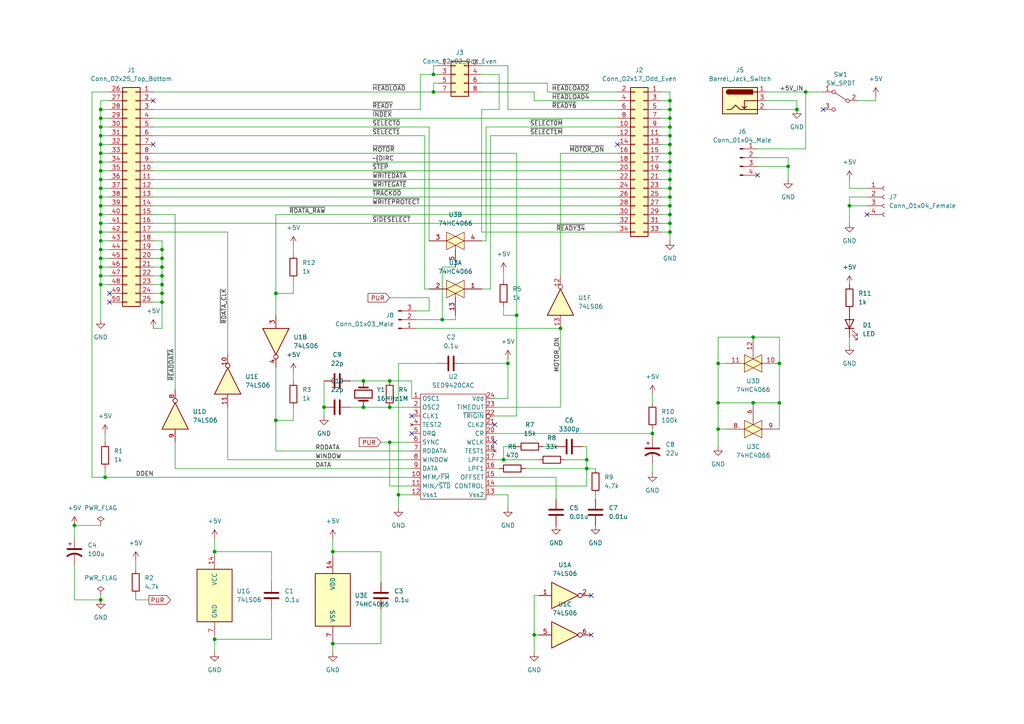
<source format=kicad_sch>
(kicad_sch (version 20211123) (generator eeschema)
  (paper "A4")
  (title_block (title "VFO Interface for HITACHI BASIC MASTER LEVEL3 and MB-S1") (date "2022-08-19") (rev "0.1.4") (company "Designed by Sasaji 2022"))
  (lib_symbols
    (symbol "4xxx:4066" (pin_names (offset 1.016))
      (property "Reference" "U" (at -7.62 8.89 0))
      (property "Value" "4066" (at -7.62 -8.89 0))
      (symbol "4066_1_0"
        (pin passive line (at -7.62 0 0) (length 5.08) (name "~") (number "1"))
        (pin input line (at 0 7.62 270) (length 5.08) (name "~") (number "13"))
        (pin passive line (at 7.62 0 180) (length 5.08) (name "~") (number "2"))
      )
      (symbol "4066_2_0"
        (pin passive line (at 7.62 0 180) (length 5.08) (name "~") (number "3"))
        (pin passive line (at -7.62 0 0) (length 5.08) (name "~") (number "4"))
        (pin input line (at 0 7.62 270) (length 5.08) (name "~") (number "5"))
      )
      (symbol "4066_3_0"
        (pin input line (at 0 7.62 270) (length 5.08) (name "~") (number "6"))
        (pin passive line (at -7.62 0 0) (length 5.08) (name "~") (number "8"))
        (pin passive line (at 7.62 0 180) (length 5.08) (name "~") (number "9"))
      )
      (symbol "4066_4_0"
        (pin passive line (at 7.62 0 180) (length 5.08) (name "~") (number "10"))
        (pin passive line (at -7.62 0 0) (length 5.08) (name "~") (number "11"))
        (pin input line (at 0 7.62 270) (length 5.08) (name "~") (number "12"))
      )
      (symbol "4066_5_0"
        (pin power_in line (at 0 12.7 270) (length 5.08) (name "VDD") (number "14"))
        (pin power_in line (at 0 -12.7 90) (length 5.08) (name "VSS") (number "7"))
      )
    )
    (symbol "74xx:74LS06" (pin_names (offset 1.016))
      (property "Reference" "U" (at 0 1.27 0))
      (property "Value" "74LS06" (at 0 -1.27 0))
      (symbol "74LS06_1_0"
        (pin input line (at -7.62 0 0) (length 3.81) (name "~") (number "1"))
        (pin open_collector inverted (at 7.62 0 180) (length 3.81) (name "~") (number "2"))
      )
      (symbol "74LS06_2_0"
        (pin input line (at -7.62 0 0) (length 3.81) (name "~") (number "3"))
        (pin open_collector inverted (at 7.62 0 180) (length 3.81) (name "~") (number "4"))
      )
      (symbol "74LS06_3_0"
        (pin input line (at -7.62 0 0) (length 3.81) (name "~") (number "5"))
        (pin open_collector inverted (at 7.62 0 180) (length 3.81) (name "~") (number "6"))
      )
      (symbol "74LS06_4_0"
        (pin open_collector inverted (at 7.62 0 180) (length 3.81) (name "~") (number "8"))
        (pin input line (at -7.62 0 0) (length 3.81) (name "~") (number "9"))
      )
      (symbol "74LS06_5_0"
        (pin open_collector inverted (at 7.62 0 180) (length 3.81) (name "~") (number "10"))
        (pin input line (at -7.62 0 0) (length 3.81) (name "~") (number "11"))
      )
      (symbol "74LS06_6_0"
        (pin open_collector inverted (at 7.62 0 180) (length 3.81) (name "~") (number "12"))
        (pin input line (at -7.62 0 0) (length 3.81) (name "~") (number "13"))
      )
      (symbol "74LS06_7_0"
        (pin power_in line (at 0 12.7 270) (length 5.08) (name "VCC") (number "14"))
        (pin power_in line (at 0 -12.7 90) (length 5.08) (name "GND") (number "7"))
      )
    )
    (symbol "Connector:Barrel_Jack_Switch" (pin_names hide)
      (property "Reference" "J" (at 0 5.334 0))
      (property "Value" "Barrel_Jack_Switch" (at 0 -5.08 0))
      (symbol "Barrel_Jack_Switch_1_1"
        (pin passive line (at 7.62 2.54 180) (length 2.54) (name "~") (number "1"))
        (pin passive line (at 7.62 -2.54 180) (length 2.54) (name "~") (number "2"))
        (pin passive line (at 7.62 0 180) (length 2.54) (name "~") (number "3"))
      )
    )
    (symbol "Connector:Conn_01x03_Male" (pin_names (offset 1.016) hide)
      (property "Reference" "J" (at 0 5.08 0))
      (property "Value" "Conn_01x03_Male" (at 0 -5.08 0))
      (symbol "Conn_01x03_Male_1_1"
        (pin passive line (at 5.08 2.54 180) (length 3.81) (name "Pin_1") (number "1"))
        (pin passive line (at 5.08 0 180) (length 3.81) (name "Pin_2") (number "2"))
        (pin passive line (at 5.08 -2.54 180) (length 3.81) (name "Pin_3") (number "3"))
      )
    )
    (symbol "Connector:Conn_01x04_Female" (pin_names (offset 1.016) hide)
      (property "Reference" "J" (at 0 5.08 0))
      (property "Value" "Conn_01x04_Female" (at 0 -7.62 0))
      (symbol "Conn_01x04_Female_1_1"
        (pin passive line (at -5.08 2.54 0) (length 3.81) (name "Pin_1") (number "1"))
        (pin passive line (at -5.08 0 0) (length 3.81) (name "Pin_2") (number "2"))
        (pin passive line (at -5.08 -2.54 0) (length 3.81) (name "Pin_3") (number "3"))
        (pin passive line (at -5.08 -5.08 0) (length 3.81) (name "Pin_4") (number "4"))
      )
    )
    (symbol "Connector:Conn_01x04_Male" (pin_names (offset 1.016) hide)
      (property "Reference" "J" (at 0 5.08 0))
      (property "Value" "Conn_01x04_Male" (at 0 -7.62 0))
      (symbol "Conn_01x04_Male_1_1"
        (pin passive line (at 5.08 2.54 180) (length 3.81) (name "Pin_1") (number "1"))
        (pin passive line (at 5.08 0 180) (length 3.81) (name "Pin_2") (number "2"))
        (pin passive line (at 5.08 -2.54 180) (length 3.81) (name "Pin_3") (number "3"))
        (pin passive line (at 5.08 -5.08 180) (length 3.81) (name "Pin_4") (number "4"))
      )
    )
    (symbol "Connector_Generic:Conn_02x04_Odd_Even" (pin_names (offset 1.016) hide)
      (property "Reference" "J" (at 1.27 5.08 0))
      (property "Value" "Conn_02x04_Odd_Even" (at 1.27 -7.62 0))
      (symbol "Conn_02x04_Odd_Even_1_1"
        (pin passive line (at -5.08 2.54 0) (length 3.81) (name "Pin_1") (number "1"))
        (pin passive line (at 7.62 2.54 180) (length 3.81) (name "Pin_2") (number "2"))
        (pin passive line (at -5.08 0 0) (length 3.81) (name "Pin_3") (number "3"))
        (pin passive line (at 7.62 0 180) (length 3.81) (name "Pin_4") (number "4"))
        (pin passive line (at -5.08 -2.54 0) (length 3.81) (name "Pin_5") (number "5"))
        (pin passive line (at 7.62 -2.54 180) (length 3.81) (name "Pin_6") (number "6"))
        (pin passive line (at -5.08 -5.08 0) (length 3.81) (name "Pin_7") (number "7"))
        (pin passive line (at 7.62 -5.08 180) (length 3.81) (name "Pin_8") (number "8"))
      )
    )
    (symbol "Connector_Generic:Conn_02x17_Odd_Even" (pin_names (offset 1.016) hide)
      (property "Reference" "J" (at 1.27 22.86 0))
      (property "Value" "Conn_02x17_Odd_Even" (at 1.27 -22.86 0))
      (symbol "Conn_02x17_Odd_Even_1_1"
        (pin passive line (at -5.08 20.32 0) (length 3.81) (name "Pin_1") (number "1"))
        (pin passive line (at 7.62 10.16 180) (length 3.81) (name "Pin_10") (number "10"))
        (pin passive line (at -5.08 7.62 0) (length 3.81) (name "Pin_11") (number "11"))
        (pin passive line (at 7.62 7.62 180) (length 3.81) (name "Pin_12") (number "12"))
        (pin passive line (at -5.08 5.08 0) (length 3.81) (name "Pin_13") (number "13"))
        (pin passive line (at 7.62 5.08 180) (length 3.81) (name "Pin_14") (number "14"))
        (pin passive line (at -5.08 2.54 0) (length 3.81) (name "Pin_15") (number "15"))
        (pin passive line (at 7.62 2.54 180) (length 3.81) (name "Pin_16") (number "16"))
        (pin passive line (at -5.08 0 0) (length 3.81) (name "Pin_17") (number "17"))
        (pin passive line (at 7.62 0 180) (length 3.81) (name "Pin_18") (number "18"))
        (pin passive line (at -5.08 -2.54 0) (length 3.81) (name "Pin_19") (number "19"))
        (pin passive line (at 7.62 20.32 180) (length 3.81) (name "Pin_2") (number "2"))
        (pin passive line (at 7.62 -2.54 180) (length 3.81) (name "Pin_20") (number "20"))
        (pin passive line (at -5.08 -5.08 0) (length 3.81) (name "Pin_21") (number "21"))
        (pin passive line (at 7.62 -5.08 180) (length 3.81) (name "Pin_22") (number "22"))
        (pin passive line (at -5.08 -7.62 0) (length 3.81) (name "Pin_23") (number "23"))
        (pin passive line (at 7.62 -7.62 180) (length 3.81) (name "Pin_24") (number "24"))
        (pin passive line (at -5.08 -10.16 0) (length 3.81) (name "Pin_25") (number "25"))
        (pin passive line (at 7.62 -10.16 180) (length 3.81) (name "Pin_26") (number "26"))
        (pin passive line (at -5.08 -12.7 0) (length 3.81) (name "Pin_27") (number "27"))
        (pin passive line (at 7.62 -12.7 180) (length 3.81) (name "Pin_28") (number "28"))
        (pin passive line (at -5.08 -15.24 0) (length 3.81) (name "Pin_29") (number "29"))
        (pin passive line (at -5.08 17.78 0) (length 3.81) (name "Pin_3") (number "3"))
        (pin passive line (at 7.62 -15.24 180) (length 3.81) (name "Pin_30") (number "30"))
        (pin passive line (at -5.08 -17.78 0) (length 3.81) (name "Pin_31") (number "31"))
        (pin passive line (at 7.62 -17.78 180) (length 3.81) (name "Pin_32") (number "32"))
        (pin passive line (at -5.08 -20.32 0) (length 3.81) (name "Pin_33") (number "33"))
        (pin passive line (at 7.62 -20.32 180) (length 3.81) (name "Pin_34") (number "34"))
        (pin passive line (at 7.62 17.78 180) (length 3.81) (name "Pin_4") (number "4"))
        (pin passive line (at -5.08 15.24 0) (length 3.81) (name "Pin_5") (number "5"))
        (pin passive line (at 7.62 15.24 180) (length 3.81) (name "Pin_6") (number "6"))
        (pin passive line (at -5.08 12.7 0) (length 3.81) (name "Pin_7") (number "7"))
        (pin passive line (at 7.62 12.7 180) (length 3.81) (name "Pin_8") (number "8"))
        (pin passive line (at -5.08 10.16 0) (length 3.81) (name "Pin_9") (number "9"))
      )
    )
    (symbol "Connector_Generic:Conn_02x25_Top_Bottom" (pin_names (offset 1.016) hide)
      (property "Reference" "J" (at 1.27 33.02 0))
      (property "Value" "Conn_02x25_Top_Bottom" (at 1.27 -33.02 0))
      (symbol "Conn_02x25_Top_Bottom_1_1"
        (pin passive line (at -5.08 30.48 0) (length 3.81) (name "Pin_1") (number "1"))
        (pin passive line (at -5.08 7.62 0) (length 3.81) (name "Pin_10") (number "10"))
        (pin passive line (at -5.08 5.08 0) (length 3.81) (name "Pin_11") (number "11"))
        (pin passive line (at -5.08 2.54 0) (length 3.81) (name "Pin_12") (number "12"))
        (pin passive line (at -5.08 0 0) (length 3.81) (name "Pin_13") (number "13"))
        (pin passive line (at -5.08 -2.54 0) (length 3.81) (name "Pin_14") (number "14"))
        (pin passive line (at -5.08 -5.08 0) (length 3.81) (name "Pin_15") (number "15"))
        (pin passive line (at -5.08 -7.62 0) (length 3.81) (name "Pin_16") (number "16"))
        (pin passive line (at -5.08 -10.16 0) (length 3.81) (name "Pin_17") (number "17"))
        (pin passive line (at -5.08 -12.7 0) (length 3.81) (name "Pin_18") (number "18"))
        (pin passive line (at -5.08 -15.24 0) (length 3.81) (name "Pin_19") (number "19"))
        (pin passive line (at -5.08 27.94 0) (length 3.81) (name "Pin_2") (number "2"))
        (pin passive line (at -5.08 -17.78 0) (length 3.81) (name "Pin_20") (number "20"))
        (pin passive line (at -5.08 -20.32 0) (length 3.81) (name "Pin_21") (number "21"))
        (pin passive line (at -5.08 -22.86 0) (length 3.81) (name "Pin_22") (number "22"))
        (pin passive line (at -5.08 -25.4 0) (length 3.81) (name "Pin_23") (number "23"))
        (pin passive line (at -5.08 -27.94 0) (length 3.81) (name "Pin_24") (number "24"))
        (pin passive line (at -5.08 -30.48 0) (length 3.81) (name "Pin_25") (number "25"))
        (pin passive line (at 7.62 30.48 180) (length 3.81) (name "Pin_26") (number "26"))
        (pin passive line (at 7.62 27.94 180) (length 3.81) (name "Pin_27") (number "27"))
        (pin passive line (at 7.62 25.4 180) (length 3.81) (name "Pin_28") (number "28"))
        (pin passive line (at 7.62 22.86 180) (length 3.81) (name "Pin_29") (number "29"))
        (pin passive line (at -5.08 25.4 0) (length 3.81) (name "Pin_3") (number "3"))
        (pin passive line (at 7.62 20.32 180) (length 3.81) (name "Pin_30") (number "30"))
        (pin passive line (at 7.62 17.78 180) (length 3.81) (name "Pin_31") (number "31"))
        (pin passive line (at 7.62 15.24 180) (length 3.81) (name "Pin_32") (number "32"))
        (pin passive line (at 7.62 12.7 180) (length 3.81) (name "Pin_33") (number "33"))
        (pin passive line (at 7.62 10.16 180) (length 3.81) (name "Pin_34") (number "34"))
        (pin passive line (at 7.62 7.62 180) (length 3.81) (name "Pin_35") (number "35"))
        (pin passive line (at 7.62 5.08 180) (length 3.81) (name "Pin_36") (number "36"))
        (pin passive line (at 7.62 2.54 180) (length 3.81) (name "Pin_37") (number "37"))
        (pin passive line (at 7.62 0 180) (length 3.81) (name "Pin_38") (number "38"))
        (pin passive line (at 7.62 -2.54 180) (length 3.81) (name "Pin_39") (number "39"))
        (pin passive line (at -5.08 22.86 0) (length 3.81) (name "Pin_4") (number "4"))
        (pin passive line (at 7.62 -5.08 180) (length 3.81) (name "Pin_40") (number "40"))
        (pin passive line (at 7.62 -7.62 180) (length 3.81) (name "Pin_41") (number "41"))
        (pin passive line (at 7.62 -10.16 180) (length 3.81) (name "Pin_42") (number "42"))
        (pin passive line (at 7.62 -12.7 180) (length 3.81) (name "Pin_43") (number "43"))
        (pin passive line (at 7.62 -15.24 180) (length 3.81) (name "Pin_44") (number "44"))
        (pin passive line (at 7.62 -17.78 180) (length 3.81) (name "Pin_45") (number "45"))
        (pin passive line (at 7.62 -20.32 180) (length 3.81) (name "Pin_46") (number "46"))
        (pin passive line (at 7.62 -22.86 180) (length 3.81) (name "Pin_47") (number "47"))
        (pin passive line (at 7.62 -25.4 180) (length 3.81) (name "Pin_48") (number "48"))
        (pin passive line (at 7.62 -27.94 180) (length 3.81) (name "Pin_49") (number "49"))
        (pin passive line (at -5.08 20.32 0) (length 3.81) (name "Pin_5") (number "5"))
        (pin passive line (at 7.62 -30.48 180) (length 3.81) (name "Pin_50") (number "50"))
        (pin passive line (at -5.08 17.78 0) (length 3.81) (name "Pin_6") (number "6"))
        (pin passive line (at -5.08 15.24 0) (length 3.81) (name "Pin_7") (number "7"))
        (pin passive line (at -5.08 12.7 0) (length 3.81) (name "Pin_8") (number "8"))
        (pin passive line (at -5.08 10.16 0) (length 3.81) (name "Pin_9") (number "9"))
      )
    )
    (symbol "Device:C" (pin_numbers hide) (pin_names (offset 0.254))
      (property "Reference" "C" (at 0.635 2.54 0))
      (property "Value" "C" (at 0.635 -2.54 0))
      (symbol "C_1_1"
        (pin passive line (at 0 3.81 270) (length 2.794) (name "~") (number "1"))
        (pin passive line (at 0 -3.81 90) (length 2.794) (name "~") (number "2"))
      )
    )
    (symbol "Device:C_Polarized_US" (pin_numbers hide) (pin_names (offset 0.254) hide)
      (property "Reference" "C" (at 0.635 2.54 0))
      (property "Value" "C_Polarized_US" (at 0.635 -2.54 0))
      (symbol "C_Polarized_US_1_1"
        (pin passive line (at 0 3.81 270) (length 2.794) (name "~") (number "1"))
        (pin passive line (at 0 -3.81 90) (length 3.302) (name "~") (number "2"))
      )
    )
    (symbol "Device:Crystal" (pin_numbers hide) (pin_names (offset 1.016) hide)
      (property "Reference" "Y" (at 0 3.81 0))
      (property "Value" "Crystal" (at 0 -3.81 0))
      (symbol "Crystal_1_1"
        (pin passive line (at -3.81 0 0) (length 1.27) (name "1") (number "1"))
        (pin passive line (at 3.81 0 180) (length 1.27) (name "2") (number "2"))
      )
    )
    (symbol "Device:LED" (pin_numbers hide) (pin_names (offset 1.016) hide)
      (property "Reference" "D" (at 0 2.54 0))
      (property "Value" "LED" (at 0 -2.54 0))
      (symbol "LED_1_1"
        (pin passive line (at -3.81 0 0) (length 2.54) (name "K") (number "1"))
        (pin passive line (at 3.81 0 180) (length 2.54) (name "A") (number "2"))
      )
    )
    (symbol "Device:R" (pin_numbers hide) (pin_names (offset 0))
      (property "Reference" "R" (at 2.032 0 90))
      (property "Value" "R" (at 0 0 90))
      (symbol "R_1_1"
        (pin passive line (at 0 3.81 270) (length 1.27) (name "~") (number "1"))
        (pin passive line (at 0 -3.81 90) (length 1.27) (name "~") (number "2"))
      )
    )
    (symbol "SED9420C:SED9420CAC"
      (property "Reference" "U" (at -3.81 6.35 0))
      (property "Value" "SED9420CAC" (at 0 -17.78 0))
      (symbol "SED9420CAC_1_1"
        (pin input line (at -12.7 13.97 0) (length 2.54) (name "OSC1") (number "1"))
        (pin input line (at -12.7 -8.89 0) (length 2.54) (name "MFM/~{FM}") (number "10"))
        (pin input line (at -12.7 -11.43 0) (length 2.54) (name "MIN/~{STD}") (number "11"))
        (pin power_in line (at -12.7 -13.97 0) (length 2.54) (name "Vss1") (number "12"))
        (pin power_in line (at 11.43 -13.97 180) (length 2.54) (name "Vss2") (number "13"))
        (pin bidirectional line (at 11.43 -11.43 180) (length 2.54) (name "CONTROL") (number "14"))
        (pin input line (at 11.43 -8.89 180) (length 2.54) (name "OFFSET") (number "15"))
        (pin input line (at 11.43 -6.35 180) (length 2.54) (name "LPF1") (number "16"))
        (pin input line (at 11.43 -3.81 180) (length 2.54) (name "LPF2") (number "17"))
        (pin no_connect line (at 11.43 -1.27 180) (length 2.54) (name "TEST1") (number "18"))
        (pin output line (at 11.43 1.27 180) (length 2.54) (name "WCLK") (number "19"))
        (pin input line (at -12.7 11.43 0) (length 2.54) (name "OSC2") (number "2"))
        (pin input line (at 11.43 3.81 180) (length 2.54) (name "CR") (number "20"))
        (pin output line (at 11.43 6.35 180) (length 2.54) (name "CLK2") (number "21"))
        (pin input inverted (at 11.43 8.89 180) (length 2.54) (name "~{TRIGIN}") (number "22"))
        (pin output line (at 11.43 11.43 180) (length 2.54) (name "TIMEOUT") (number "23"))
        (pin power_in line (at 11.43 13.97 180) (length 2.54) (name "Vdd") (number "24"))
        (pin output line (at -12.7 8.89 0) (length 2.54) (name "CLK1") (number "3"))
        (pin no_connect line (at -12.7 6.35 0) (length 2.54) (name "TEST2") (number "4"))
        (pin input line (at -12.7 3.81 0) (length 2.54) (name "DRQ") (number "5"))
        (pin input line (at -12.7 1.27 0) (length 2.54) (name "SYNC") (number "6"))
        (pin input line (at -12.7 -1.27 0) (length 2.54) (name "RDDATA") (number "7"))
        (pin output line (at -12.7 -3.81 0) (length 2.54) (name "WINDOW") (number "8"))
        (pin output line (at -12.7 -6.35 0) (length 2.54) (name "DATA") (number "9"))
      )
    )
    (symbol "Switch:SW_SPDT" (pin_names (offset 0) hide)
      (property "Reference" "SW" (at 0 4.318 0))
      (property "Value" "SW_SPDT" (at 0 -5.08 0))
      (symbol "SW_SPDT_1_1"
        (pin passive line (at 5.08 2.54 180) (length 2.54) (name "A") (number "1"))
        (pin passive line (at -5.08 0 0) (length 2.54) (name "B") (number "2"))
        (pin passive line (at 5.08 -2.54 180) (length 2.54) (name "C") (number "3"))
      )
    )
    (symbol "power:+5V" (power) (pin_names (offset 0))
      (property "Value" "+5V" (at 0 3.556 0))
      (symbol "+5V_1_1"
        (pin power_in line (at 0 0 90) (length 0) hide (name "+5V") (number "1"))
      )
    )
    (symbol "power:GND" (power) (pin_names (offset 0))
      (property "Value" "GND" (at 0 -3.81 0))
      (symbol "GND_1_1"
        (pin power_in line (at 0 0 270) (length 0) hide (name "GND") (number "1"))
      )
    )
    (symbol "power:PWR_FLAG" (power) (pin_numbers hide) (pin_names (offset 0) hide)
      (property "Value" "PWR_FLAG" (at 0 3.81 0))
      (symbol "PWR_FLAG_0_0"
        (pin power_out line (at 0 0 90) (length 0) (name "pwr") (number "1"))
      )
    )
  )
  (junction (at 46.99 74.93))
  (junction (at 105.41 110.49))
  (junction (at 125.73 21.59))
  (junction (at 170.18 133.35))
  (junction (at 29.21 44.45))
  (junction (at 194.31 41.91))
  (junction (at 246.38 59.69))
  (junction (at 29.21 62.23))
  (junction (at 146.05 133.35))
  (junction (at 194.31 57.15))
  (junction (at 194.31 59.69))
  (junction (at 105.41 118.11))
  (junction (at 154.94 184.15))
  (junction (at 218.44 97.79))
  (junction (at 46.99 87.63))
  (junction (at 29.21 173.99))
  (junction (at 128.27 92.71))
  (junction (at 29.21 69.85))
  (junction (at 29.21 64.77))
  (junction (at 29.21 49.53))
  (junction (at 29.21 54.61))
  (junction (at 208.28 105.41))
  (junction (at 29.21 31.75))
  (junction (at 29.21 57.15))
  (junction (at 162.56 95.25))
  (junction (at 46.99 85.09))
  (junction (at 96.52 186.69))
  (junction (at 194.31 31.75))
  (junction (at 194.31 29.21))
  (junction (at 113.03 118.11))
  (junction (at 208.28 124.46))
  (junction (at 194.31 67.31))
  (junction (at 46.99 77.47))
  (junction (at 21.59 152.4))
  (junction (at 113.03 110.49))
  (junction (at 29.21 80.01))
  (junction (at 29.21 74.93))
  (junction (at 125.73 26.67))
  (junction (at 29.21 36.83))
  (junction (at 29.21 52.07))
  (junction (at 29.21 39.37))
  (junction (at 46.99 80.01))
  (junction (at 29.21 59.69))
  (junction (at 147.32 105.41))
  (junction (at 208.28 116.84))
  (junction (at 29.21 67.31))
  (junction (at 80.01 85.09))
  (junction (at 62.23 185.42))
  (junction (at 226.06 105.41))
  (junction (at 29.21 41.91))
  (junction (at 231.14 31.75))
  (junction (at 96.52 160.02))
  (junction (at 194.31 54.61))
  (junction (at 194.31 52.07))
  (junction (at 29.21 34.29))
  (junction (at 194.31 64.77))
  (junction (at 170.18 135.89))
  (junction (at 46.99 82.55))
  (junction (at 113.03 128.27))
  (junction (at 149.86 91.44))
  (junction (at 115.57 143.51))
  (junction (at 93.98 118.11))
  (junction (at 194.31 46.99))
  (junction (at 29.21 77.47))
  (junction (at 194.31 62.23))
  (junction (at 46.99 72.39))
  (junction (at 226.06 116.84))
  (junction (at 189.23 125.73))
  (junction (at 194.31 36.83))
  (junction (at 194.31 49.53))
  (junction (at 30.48 138.43))
  (junction (at 29.21 82.55))
  (junction (at 194.31 44.45))
  (junction (at 80.01 121.92))
  (junction (at 218.44 116.84))
  (junction (at 29.21 72.39))
  (junction (at 29.21 46.99))
  (junction (at 228.6 48.26))
  (junction (at 194.31 39.37))
  (junction (at 62.23 160.02))
  (junction (at 194.31 34.29))
  (junction (at 233.68 26.67))
  (no_connect (at 238.76 31.75))
  (no_connect (at 171.45 172.72))
  (no_connect (at 171.45 184.15))
  (no_connect (at 44.45 41.91))
  (no_connect (at 44.45 29.21))
  (no_connect (at 179.07 41.91))
  (no_connect (at 251.46 62.23))
  (no_connect (at 119.38 120.65))
  (no_connect (at 119.38 125.73))
  (no_connect (at 143.51 128.27))
  (no_connect (at 143.51 123.19))
  (no_connect (at 219.71 50.8))
  (no_connect (at 31.75 85.09))
  (no_connect (at 31.75 87.63))
  (wire (pts (xy 110.49 128.27) (xy 113.03 128.27)))
  (wire (pts (xy 44.45 77.47) (xy 46.99 77.47)))
  (wire (pts (xy 143.51 138.43) (xy 161.29 138.43)))
  (wire (pts (xy 29.21 82.55) (xy 31.75 82.55)))
  (wire (pts (xy 29.21 77.47) (xy 31.75 77.47)))
  (wire (pts (xy 115.57 143.51) (xy 115.57 147.32)))
  (wire (pts (xy 29.21 57.15) (xy 29.21 59.69)))
  (wire (pts (xy 26.67 26.67) (xy 26.67 138.43)))
  (wire (pts (xy 208.28 97.79) (xy 218.44 97.79)))
  (wire (pts (xy 154.94 29.21) (xy 179.07 29.21)))
  (wire (pts (xy 46.99 74.93) (xy 46.99 72.39)))
  (wire (pts (xy 146.05 91.44) (xy 149.86 91.44)))
  (wire (pts (xy 101.6 118.11) (xy 105.41 118.11)))
  (wire (pts (xy 194.31 62.23) (xy 194.31 59.69)))
  (wire (pts (xy 228.6 45.72) (xy 228.6 48.26)))
  (wire (pts (xy 96.52 160.02) (xy 96.52 161.29)))
  (wire (pts (xy 191.77 36.83) (xy 194.31 36.83)))
  (wire (pts (xy 162.56 118.11) (xy 162.56 95.25)))
  (wire (pts (xy 246.38 52.07) (xy 246.38 54.61)))
  (wire (pts (xy 120.65 90.17) (xy 124.46 90.17)))
  (wire (pts (xy 29.21 36.83) (xy 31.75 36.83)))
  (wire (pts (xy 44.45 64.77) (xy 179.07 64.77)))
  (wire (pts (xy 29.21 34.29) (xy 29.21 36.83)))
  (wire (pts (xy 163.83 133.35) (xy 170.18 133.35)))
  (wire (pts (xy 254 27.94) (xy 254 29.21)))
  (wire (pts (xy 78.74 168.91) (xy 78.74 160.02)))
  (wire (pts (xy 21.59 152.4) (xy 21.59 156.21)))
  (wire (pts (xy 44.45 52.07) (xy 179.07 52.07)))
  (wire (pts (xy 143.51 140.97) (xy 170.18 140.97)))
  (wire (pts (xy 29.21 54.61) (xy 31.75 54.61)))
  (wire (pts (xy 29.21 59.69) (xy 31.75 59.69)))
  (wire (pts (xy 208.28 124.46) (xy 210.82 124.46)))
  (wire (pts (xy 194.31 67.31) (xy 194.31 64.77)))
  (wire (pts (xy 96.52 186.69) (xy 110.49 186.69)))
  (wire (pts (xy 162.56 44.45) (xy 179.07 44.45)))
  (wire (pts (xy 233.68 26.67) (xy 233.68 43.18)))
  (wire (pts (xy 219.71 43.18) (xy 233.68 43.18)))
  (wire (pts (xy 29.21 57.15) (xy 31.75 57.15)))
  (wire (pts (xy 154.94 172.72) (xy 156.21 172.72)))
  (wire (pts (xy 128.27 77.47) (xy 128.27 92.71)))
  (wire (pts (xy 146.05 133.35) (xy 156.21 133.35)))
  (wire (pts (xy 21.59 163.83) (xy 21.59 173.99)))
  (wire (pts (xy 147.32 104.14) (xy 147.32 105.41)))
  (wire (pts (xy 246.38 64.77) (xy 246.38 59.69)))
  (wire (pts (xy 113.03 118.11) (xy 119.38 118.11)))
  (wire (pts (xy 143.51 118.11) (xy 162.56 118.11)))
  (wire (pts (xy 44.45 31.75) (xy 121.92 31.75)))
  (wire (pts (xy 147.32 31.75) (xy 179.07 31.75)))
  (wire (pts (xy 44.45 59.69) (xy 179.07 59.69)))
  (wire (pts (xy 119.38 115.57) (xy 119.38 110.49)))
  (wire (pts (xy 168.91 129.54) (xy 170.18 129.54)))
  (wire (pts (xy 189.23 124.46) (xy 189.23 125.73)))
  (wire (pts (xy 29.21 36.83) (xy 29.21 39.37)))
  (wire (pts (xy 93.98 110.49) (xy 93.98 118.11)))
  (wire (pts (xy 144.78 31.75) (xy 144.78 21.59)))
  (wire (pts (xy 189.23 114.3) (xy 189.23 116.84)))
  (wire (pts (xy 110.49 160.02) (xy 110.49 168.91)))
  (wire (pts (xy 191.77 62.23) (xy 194.31 62.23)))
  (wire (pts (xy 29.21 46.99) (xy 31.75 46.99)))
  (wire (pts (xy 85.09 81.28) (xy 85.09 85.09)))
  (wire (pts (xy 113.03 128.27) (xy 113.03 140.97)))
  (wire (pts (xy 143.51 125.73) (xy 189.23 125.73)))
  (wire (pts (xy 143.51 133.35) (xy 146.05 133.35)))
  (wire (pts (xy 128.27 92.71) (xy 132.08 92.71)))
  (wire (pts (xy 140.97 69.85) (xy 140.97 36.83)))
  (wire (pts (xy 208.28 116.84) (xy 208.28 105.41)))
  (wire (pts (xy 191.77 57.15) (xy 194.31 57.15)))
  (wire (pts (xy 85.09 121.92) (xy 80.01 121.92)))
  (wire (pts (xy 29.21 39.37) (xy 31.75 39.37)))
  (wire (pts (xy 191.77 64.77) (xy 194.31 64.77)))
  (wire (pts (xy 132.08 91.44) (xy 132.08 92.71)))
  (wire (pts (xy 44.45 87.63) (xy 46.99 87.63)))
  (wire (pts (xy 29.21 74.93) (xy 31.75 74.93)))
  (wire (pts (xy 162.56 80.01) (xy 162.56 44.45)))
  (wire (pts (xy 246.38 97.79) (xy 246.38 100.33)))
  (wire (pts (xy 29.21 64.77) (xy 31.75 64.77)))
  (wire (pts (xy 194.31 52.07) (xy 194.31 49.53)))
  (wire (pts (xy 29.21 31.75) (xy 31.75 31.75)))
  (wire (pts (xy 120.65 95.25) (xy 162.56 95.25)))
  (wire (pts (xy 139.7 21.59) (xy 144.78 21.59)))
  (wire (pts (xy 208.28 105.41) (xy 208.28 97.79)))
  (wire (pts (xy 157.48 129.54) (xy 161.29 129.54)))
  (wire (pts (xy 44.45 82.55) (xy 46.99 82.55)))
  (wire (pts (xy 154.94 184.15) (xy 154.94 172.72)))
  (wire (pts (xy 120.65 92.71) (xy 128.27 92.71)))
  (wire (pts (xy 93.98 118.11) (xy 93.98 120.65)))
  (wire (pts (xy 30.48 125.73) (xy 30.48 128.27)))
  (wire (pts (xy 191.77 52.07) (xy 194.31 52.07)))
  (wire (pts (xy 228.6 48.26) (xy 228.6 52.07)))
  (wire (pts (xy 29.21 172.72) (xy 29.21 173.99)))
  (wire (pts (xy 29.21 69.85) (xy 29.21 72.39)))
  (wire (pts (xy 191.77 31.75) (xy 194.31 31.75)))
  (wire (pts (xy 147.32 19.05) (xy 139.7 19.05)))
  (wire (pts (xy 29.21 74.93) (xy 29.21 77.47)))
  (wire (pts (xy 208.28 124.46) (xy 208.28 116.84)))
  (wire (pts (xy 194.31 36.83) (xy 194.31 34.29)))
  (wire (pts (xy 146.05 78.74) (xy 146.05 81.28)))
  (wire (pts (xy 113.03 128.27) (xy 119.38 128.27)))
  (wire (pts (xy 29.21 34.29) (xy 31.75 34.29)))
  (wire (pts (xy 44.45 95.25) (xy 46.99 95.25)))
  (wire (pts (xy 29.21 52.07) (xy 31.75 52.07)))
  (wire (pts (xy 46.99 80.01) (xy 46.99 77.47)))
  (wire (pts (xy 139.7 31.75) (xy 144.78 31.75)))
  (wire (pts (xy 119.38 140.97) (xy 113.03 140.97)))
  (wire (pts (xy 29.21 41.91) (xy 31.75 41.91)))
  (wire (pts (xy 125.73 21.59) (xy 127 21.59)))
  (wire (pts (xy 44.45 67.31) (xy 66.04 67.31)))
  (wire (pts (xy 96.52 156.21) (xy 96.52 160.02)))
  (wire (pts (xy 231.14 29.21) (xy 231.14 31.75)))
  (wire (pts (xy 170.18 140.97) (xy 170.18 135.89)))
  (wire (pts (xy 191.77 39.37) (xy 194.31 39.37)))
  (wire (pts (xy 66.04 133.35) (xy 119.38 133.35)))
  (wire (pts (xy 50.8 135.89) (xy 119.38 135.89)))
  (wire (pts (xy 44.45 44.45) (xy 149.86 44.45)))
  (wire (pts (xy 132.08 77.47) (xy 128.27 77.47)))
  (wire (pts (xy 219.71 45.72) (xy 228.6 45.72)))
  (wire (pts (xy 191.77 46.99) (xy 194.31 46.99)))
  (wire (pts (xy 85.09 71.12) (xy 85.09 73.66)))
  (wire (pts (xy 66.04 67.31) (xy 66.04 102.87)))
  (wire (pts (xy 44.45 36.83) (xy 124.46 36.83)))
  (wire (pts (xy 194.31 59.69) (xy 194.31 57.15)))
  (wire (pts (xy 191.77 67.31) (xy 194.31 67.31)))
  (wire (pts (xy 194.31 46.99) (xy 194.31 44.45)))
  (wire (pts (xy 194.31 54.61) (xy 194.31 52.07)))
  (wire (pts (xy 142.24 39.37) (xy 142.24 83.82)))
  (wire (pts (xy 115.57 143.51) (xy 119.38 143.51)))
  (wire (pts (xy 44.45 85.09) (xy 46.99 85.09)))
  (wire (pts (xy 29.21 44.45) (xy 29.21 46.99)))
  (wire (pts (xy 194.31 26.67) (xy 191.77 26.67)))
  (wire (pts (xy 31.75 29.21) (xy 29.21 29.21)))
  (wire (pts (xy 44.45 26.67) (xy 125.73 26.67)))
  (wire (pts (xy 149.86 91.44) (xy 149.86 44.45)))
  (wire (pts (xy 121.92 21.59) (xy 121.92 31.75)))
  (wire (pts (xy 80.01 121.92) (xy 80.01 130.81)))
  (wire (pts (xy 246.38 59.69) (xy 251.46 59.69)))
  (wire (pts (xy 125.73 19.05) (xy 127 19.05)))
  (wire (pts (xy 125.73 24.13) (xy 125.73 26.67)))
  (wire (pts (xy 29.21 29.21) (xy 29.21 31.75)))
  (wire (pts (xy 121.92 21.59) (xy 125.73 21.59)))
  (wire (pts (xy 208.28 116.84) (xy 218.44 116.84)))
  (wire (pts (xy 143.51 135.89) (xy 144.78 135.89)))
  (wire (pts (xy 124.46 90.17) (xy 124.46 86.36)))
  (wire (pts (xy 125.73 26.67) (xy 127 26.67)))
  (wire (pts (xy 127 24.13) (xy 125.73 24.13)))
  (wire (pts (xy 29.21 72.39) (xy 31.75 72.39)))
  (wire (pts (xy 96.52 186.69) (xy 96.52 189.23)))
  (wire (pts (xy 29.21 92.71) (xy 29.21 82.55)))
  (wire (pts (xy 170.18 135.89) (xy 172.72 135.89)))
  (wire (pts (xy 44.45 57.15) (xy 179.07 57.15)))
  (wire (pts (xy 21.59 173.99) (xy 29.21 173.99)))
  (wire (pts (xy 134.62 105.41) (xy 147.32 105.41)))
  (wire (pts (xy 105.41 118.11) (xy 113.03 118.11)))
  (wire (pts (xy 46.99 85.09) (xy 46.99 82.55)))
  (wire (pts (xy 194.31 57.15) (xy 194.31 54.61)))
  (wire (pts (xy 78.74 176.53) (xy 78.74 185.42)))
  (wire (pts (xy 66.04 133.35) (xy 66.04 118.11)))
  (wire (pts (xy 147.32 19.05) (xy 147.32 31.75)))
  (wire (pts (xy 46.99 77.47) (xy 46.99 74.93)))
  (wire (pts (xy 191.77 34.29) (xy 194.31 34.29)))
  (wire (pts (xy 194.31 31.75) (xy 194.31 29.21)))
  (wire (pts (xy 222.25 26.67) (xy 233.68 26.67)))
  (wire (pts (xy 191.77 54.61) (xy 194.31 54.61)))
  (wire (pts (xy 139.7 26.67) (xy 154.94 26.67)))
  (wire (pts (xy 29.21 69.85) (xy 31.75 69.85)))
  (wire (pts (xy 226.06 116.84) (xy 226.06 124.46)))
  (wire (pts (xy 172.72 143.51) (xy 172.72 144.78)))
  (wire (pts (xy 44.45 34.29) (xy 179.07 34.29)))
  (wire (pts (xy 191.77 29.21) (xy 194.31 29.21)))
  (wire (pts (xy 50.8 62.23) (xy 50.8 113.03)))
  (wire (pts (xy 80.01 85.09) (xy 85.09 85.09)))
  (wire (pts (xy 194.31 34.29) (xy 194.31 31.75)))
  (wire (pts (xy 29.21 62.23) (xy 31.75 62.23)))
  (wire (pts (xy 44.45 72.39) (xy 46.99 72.39)))
  (wire (pts (xy 29.21 59.69) (xy 29.21 62.23)))
  (wire (pts (xy 44.45 46.99) (xy 179.07 46.99)))
  (wire (pts (xy 154.94 189.23) (xy 154.94 184.15)))
  (wire (pts (xy 29.21 31.75) (xy 29.21 34.29)))
  (wire (pts (xy 139.7 67.31) (xy 179.07 67.31)))
  (wire (pts (xy 194.31 69.85) (xy 194.31 67.31)))
  (wire (pts (xy 39.37 162.56) (xy 39.37 165.1)))
  (wire (pts (xy 222.25 29.21) (xy 231.14 29.21)))
  (wire (pts (xy 29.21 67.31) (xy 29.21 69.85)))
  (wire (pts (xy 44.45 69.85) (xy 46.99 69.85)))
  (wire (pts (xy 44.45 80.01) (xy 46.99 80.01)))
  (wire (pts (xy 29.21 77.47) (xy 29.21 80.01)))
  (wire (pts (xy 219.71 48.26) (xy 228.6 48.26)))
  (wire (pts (xy 161.29 138.43) (xy 161.29 144.78)))
  (wire (pts (xy 44.45 39.37) (xy 123.19 39.37)))
  (wire (pts (xy 113.03 86.36) (xy 124.46 86.36)))
  (wire (pts (xy 194.31 44.45) (xy 194.31 41.91)))
  (wire (pts (xy 80.01 130.81) (xy 119.38 130.81)))
  (wire (pts (xy 105.41 110.49) (xy 113.03 110.49)))
  (wire (pts (xy 248.92 29.21) (xy 254 29.21)))
  (wire (pts (xy 46.99 72.39) (xy 46.99 69.85)))
  (wire (pts (xy 46.99 82.55) (xy 46.99 80.01)))
  (wire (pts (xy 110.49 176.53) (xy 110.49 186.69)))
  (wire (pts (xy 226.06 105.41) (xy 226.06 116.84)))
  (wire (pts (xy 30.48 138.43) (xy 119.38 138.43)))
  (wire (pts (xy 44.45 62.23) (xy 50.8 62.23)))
  (wire (pts (xy 146.05 129.54) (xy 146.05 133.35)))
  (wire (pts (xy 142.24 39.37) (xy 179.07 39.37)))
  (wire (pts (xy 78.74 185.42) (xy 62.23 185.42)))
  (wire (pts (xy 218.44 97.79) (xy 226.06 97.79)))
  (wire (pts (xy 140.97 36.83) (xy 179.07 36.83)))
  (wire (pts (xy 158.75 26.67) (xy 179.07 26.67)))
  (wire (pts (xy 139.7 83.82) (xy 142.24 83.82)))
  (wire (pts (xy 170.18 129.54) (xy 170.18 133.35)))
  (wire (pts (xy 246.38 59.69) (xy 246.38 57.15)))
  (wire (pts (xy 246.38 54.61) (xy 251.46 54.61)))
  (wire (pts (xy 191.77 59.69) (xy 194.31 59.69)))
  (wire (pts (xy 194.31 41.91) (xy 194.31 39.37)))
  (wire (pts (xy 78.74 160.02) (xy 62.23 160.02)))
  (wire (pts (xy 44.45 49.53) (xy 179.07 49.53)))
  (wire (pts (xy 29.21 44.45) (xy 31.75 44.45)))
  (wire (pts (xy 226.06 97.79) (xy 226.06 105.41)))
  (wire (pts (xy 127 105.41) (xy 115.57 105.41)))
  (wire (pts (xy 218.44 116.84) (xy 226.06 116.84)))
  (wire (pts (xy 191.77 41.91) (xy 194.31 41.91)))
  (wire (pts (xy 80.01 85.09) (xy 80.01 91.44)))
  (wire (pts (xy 125.73 21.59) (xy 125.73 19.05)))
  (wire (pts (xy 123.19 39.37) (xy 123.19 83.82)))
  (wire (pts (xy 39.37 172.72) (xy 39.37 173.99)))
  (wire (pts (xy 158.75 26.67) (xy 158.75 24.13)))
  (wire (pts (xy 191.77 44.45) (xy 194.31 44.45)))
  (wire (pts (xy 146.05 129.54) (xy 149.86 129.54)))
  (wire (pts (xy 29.21 72.39) (xy 29.21 74.93)))
  (wire (pts (xy 44.45 54.61) (xy 179.07 54.61)))
  (wire (pts (xy 147.32 143.51) (xy 147.32 147.32)))
  (wire (pts (xy 80.01 121.92) (xy 80.01 106.68)))
  (wire (pts (xy 143.51 143.51) (xy 147.32 143.51)))
  (wire (pts (xy 139.7 69.85) (xy 140.97 69.85)))
  (wire (pts (xy 208.28 105.41) (xy 210.82 105.41)))
  (wire (pts (xy 29.21 80.01) (xy 31.75 80.01)))
  (wire (pts (xy 21.59 152.4) (xy 29.21 152.4)))
  (wire (pts (xy 154.94 26.67) (xy 154.94 29.21)))
  (wire (pts (xy 208.28 129.54) (xy 208.28 124.46)))
  (wire (pts (xy 39.37 173.99) (xy 43.18 173.99)))
  (wire (pts (xy 143.51 115.57) (xy 147.32 115.57)))
  (wire (pts (xy 189.23 125.73) (xy 189.23 127)))
  (wire (pts (xy 29.21 54.61) (xy 29.21 57.15)))
  (wire (pts (xy 29.21 62.23) (xy 29.21 64.77)))
  (wire (pts (xy 29.21 52.07) (xy 29.21 54.61)))
  (wire (pts (xy 80.01 62.23) (xy 80.01 85.09)))
  (wire (pts (xy 191.77 49.53) (xy 194.31 49.53)))
  (wire (pts (xy 46.99 87.63) (xy 46.99 85.09)))
  (wire (pts (xy 170.18 135.89) (xy 170.18 133.35)))
  (wire (pts (xy 233.68 26.67) (xy 238.76 26.67)))
  (wire (pts (xy 29.21 49.53) (xy 29.21 52.07)))
  (wire (pts (xy 96.52 160.02) (xy 110.49 160.02)))
  (wire (pts (xy 194.31 49.53) (xy 194.31 46.99)))
  (wire (pts (xy 85.09 118.11) (xy 85.09 121.92)))
  (wire (pts (xy 101.6 110.49) (xy 105.41 110.49)))
  (wire (pts (xy 29.21 64.77) (xy 29.21 67.31)))
  (wire (pts (xy 46.99 95.25) (xy 46.99 87.63)))
  (wire (pts (xy 124.46 36.83) (xy 124.46 69.85)))
  (wire (pts (xy 44.45 74.93) (xy 46.99 74.93)))
  (wire (pts (xy 80.01 62.23) (xy 179.07 62.23)))
  (wire (pts (xy 85.09 107.95) (xy 85.09 110.49)))
  (wire (pts (xy 29.21 49.53) (xy 31.75 49.53)))
  (wire (pts (xy 154.94 184.15) (xy 156.21 184.15)))
  (wire (pts (xy 62.23 185.42) (xy 62.23 189.23)))
  (wire (pts (xy 26.67 138.43) (xy 30.48 138.43)))
  (wire (pts (xy 113.03 110.49) (xy 119.38 110.49)))
  (wire (pts (xy 146.05 88.9) (xy 146.05 91.44)))
  (wire (pts (xy 139.7 24.13) (xy 158.75 24.13)))
  (wire (pts (xy 149.86 120.65) (xy 149.86 91.44)))
  (wire (pts (xy 194.31 29.21) (xy 194.31 26.67)))
  (wire (pts (xy 143.51 120.65) (xy 149.86 120.65)))
  (wire (pts (xy 123.19 83.82) (xy 124.46 83.82)))
  (wire (pts (xy 29.21 46.99) (xy 29.21 49.53)))
  (wire (pts (xy 147.32 115.57) (xy 147.32 105.41)))
  (wire (pts (xy 194.31 39.37) (xy 194.31 36.83)))
  (wire (pts (xy 62.23 156.21) (xy 62.23 160.02)))
  (wire (pts (xy 189.23 134.62) (xy 189.23 137.16)))
  (wire (pts (xy 246.38 57.15) (xy 251.46 57.15)))
  (wire (pts (xy 30.48 135.89) (xy 30.48 138.43)))
  (wire (pts (xy 222.25 31.75) (xy 231.14 31.75)))
  (wire (pts (xy 31.75 26.67) (xy 26.67 26.67)))
  (wire (pts (xy 152.4 135.89) (xy 170.18 135.89)))
  (wire (pts (xy 194.31 64.77) (xy 194.31 62.23)))
  (wire (pts (xy 50.8 128.27) (xy 50.8 135.89)))
  (wire (pts (xy 29.21 41.91) (xy 29.21 44.45)))
  (wire (pts (xy 115.57 105.41) (xy 115.57 143.51)))
  (wire (pts (xy 139.7 31.75) (xy 139.7 67.31)))
  (wire (pts (xy 29.21 39.37) (xy 29.21 41.91)))
  (wire (pts (xy 29.21 80.01) (xy 29.21 82.55)))
  (wire (pts (xy 31.75 67.31) (xy 29.21 67.31)))
  (label "~{WRITEGATE}" (at 107.95 54.61 0))
  (label "~{DIRC" (at 107.95 46.99 0))
  (label "~{HEADLOAD2}" (at 160.02 26.67 0))
  (label "RDDATA" (at 91.44 130.81 0))
  (label "DDEN" (at 39.37 138.43 0))
  (label "~{READY6}" (at 160.02 31.75 0))
  (label "~{READDATA}" (at 50.8 110.49 90))
  (label "~{READY}" (at 107.95 31.75 0))
  (label "~{SIDESELECT}" (at 107.95 64.77 0))
  (label "+5V_IN" (at 226.06 26.67 0))
  (label "~{STEP}" (at 107.95 49.53 0))
  (label "WINDOW" (at 91.44 133.35 0))
  (label "~{SELECT1M}" (at 153.67 39.37 0))
  (label "~{RDATA_RAW}" (at 83.82 62.23 0))
  (label "~{READY34}" (at 161.29 67.31 0))
  (label "~{SELECT0}" (at 107.95 36.83 0))
  (label "~{MOTOR_ON}" (at 165.1 44.45 0))
  (label "DATA" (at 91.44 135.89 0))
  (label "~{RDATA_CLK}" (at 66.04 93.98 90))
  (label "~{HEADLOAD}" (at 107.95 26.67 0))
  (label "~{SELECT0M}" (at 153.67 36.83 0))
  (label "~{WRITEPROTECT}" (at 107.95 59.69 0))
  (label "~{HEADLOAD4}" (at 160.02 29.21 0))
  (label "~{MOTOR}" (at 107.95 44.45 0))
  (label "~{WRITEDATA}" (at 107.95 52.07 0))
  (label "~{INDEX}" (at 107.95 34.29 0))
  (label "~{TRACK00}" (at 107.95 57.15 0))
  (label "~{SELECT1}" (at 107.95 39.37 0))
  (label "MOTOR_ON" (at 162.56 107.95 90))
  (global_label "PUR" (shape output) (at 43.18 173.99 0) (property "Intersheet References" "${INTERSHEET_REFS}" (effects hide)))
  (global_label "PUR" (shape input) (at 110.49 128.27 180) (property "Intersheet References" "${INTERSHEET_REFS}" (effects hide)))
  (global_label "PUR" (shape input) (at 113.03 86.36 180) (property "Intersheet References" "${INTERSHEET_REFS}" (effects hide)))
  (symbol (lib_id "power:GND") (at 96.52 189.23 0) (unit 1)
    (property "Reference" "#PWR025" (effects hide))
    (property "Value" "GND" (at 96.52 194.31 0))
  )
  (symbol (lib_id "power:GND") (at 189.23 137.16 0) (unit 1)
    (property "Reference" "#PWR017" (effects hide))
    (property "Value" "GND" (at 189.23 142.24 0))
  )
  (symbol (lib_id "power:GND") (at 231.14 31.75 0) (unit 1)
    (property "Reference" "#PWR020" (effects hide))
    (property "Value" "GND" (at 231.14 36.83 0))
  )
  (symbol (lib_id "Connector:Barrel_Jack_Switch") (at 214.63 29.21 0) (unit 1)
    (property "Reference" "J5" (at 214.63 20.32 0))
    (property "Value" "Barrel_Jack_Switch" (at 214.63 22.86 0))
    (property "Footprint" "MyJack:YA_BarrelJack_CUI_PJ-102AH_Horizontal" (effects hide))
  )
  (symbol (lib_id "4xxx:4066") (at 218.44 124.46 0) (unit 3)
    (property "Reference" "U3" (at 218.44 129.54 0))
    (property "Value" "74HC4066" (at 218.44 132.08 0))
    (property "Footprint" "Package_DIP:DIP-14_W7.62mm_Socket" (effects hide))
    (property "Datasheet" "http://www.ti.com/lit/ds/symlink/cd4066b.pdf" (effects hide))
  )
  (symbol (lib_id "power:+5V") (at 189.23 114.3 0) (unit 1)
    (property "Reference" "#PWR016" (effects hide))
    (property "Value" "+5V" (at 189.23 109.22 0))
  )
  (symbol (lib_id "4xxx:4066") (at 218.44 105.41 0) (unit 4)
    (property "Reference" "U3" (at 218.44 110.49 0))
    (property "Value" "74HC4066" (at 218.44 113.03 0))
    (property "Footprint" "Package_DIP:DIP-14_W7.62mm_Socket" (effects hide))
    (property "Datasheet" "http://www.ti.com/lit/ds/symlink/cd4066b.pdf" (effects hide))
  )
  (symbol (lib_id "SED9420C:SED9420CAC") (at 132.08 129.54 0) (unit 1)
    (property "Reference" "U2" (at 131.445 109.22 0))
    (property "Value" "SED9420CAC" (at 131.445 111.76 0))
    (property "Footprint" "Package_DIP:DIP-24_W15.24mm_Socket" (effects hide))
  )
  (symbol (lib_id "power:GND") (at 208.28 129.54 0) (unit 1)
    (property "Reference" "#PWR026" (effects hide))
    (property "Value" "GND" (at 208.28 134.62 0))
  )
  (symbol (lib_id "Device:C") (at 172.72 148.59 180) (unit 1)
    (property "Reference" "C7" (at 176.53 147.3199 0) (effects (justify right)))
    (property "Value" "0.01u" (at 176.53 149.8599 0) (effects (justify right)))
    (property "Footprint" "Capacitor_THT:C_Disc_D3.0mm_W2.0mm_P2.50mm" (effects hide))
  )
  (symbol (lib_id "power:+5V") (at 44.45 95.25 0) (unit 1)
    (property "Reference" "#PWR04" (effects hide))
    (property "Value" "+5V" (at 44.45 90.17 0))
  )
  (symbol (lib_id "power:GND") (at 194.31 69.85 0) (unit 1)
    (property "Reference" "#PWR018" (effects hide))
    (property "Value" "GND" (at 194.31 74.93 0))
  )
  (symbol (lib_id "Device:C") (at 78.74 172.72 180) (unit 1)
    (property "Reference" "C1" (at 82.55 171.4499 0) (effects (justify right)))
    (property "Value" "0.1u" (at 82.55 173.9899 0) (effects (justify right)))
    (property "Footprint" "Capacitor_THT:C_Disc_D3.0mm_W2.0mm_P2.50mm" (effects hide))
  )
  (symbol (lib_id "power:GND") (at 29.21 173.99 0) (unit 1)
    (property "Reference" "#PWR0102" (effects hide))
    (property "Value" "GND" (at 29.21 179.07 0))
  )
  (symbol (lib_id "Device:R") (at 30.48 132.08 0) (unit 1)
    (property "Reference" "R1" (at 33.02 130.8099 0) (effects (justify left)))
    (property "Value" "1k" (at 33.02 133.3499 0) (effects (justify left)))
    (property "Footprint" "Resistor_THT:R_Axial_DIN0207_L6.3mm_D2.5mm_P2.54mm_Vertical" (effects hide))
  )
  (symbol (lib_id "power:PWR_FLAG") (at 29.21 172.72 0) (unit 1)
    (property "Reference" "#FLG0102" (effects hide))
    (property "Value" "PWR_FLAG" (at 29.21 167.64 0))
  )
  (symbol (lib_id "Device:R") (at 148.59 135.89 90) (unit 1)
    (property "Reference" "R6" (at 148.59 129.54 90))
    (property "Value" "470" (at 148.59 132.08 90))
    (property "Footprint" "Resistor_THT:R_Axial_DIN0207_L6.3mm_D2.5mm_P7.62mm_Horizontal" (effects hide))
  )
  (symbol (lib_id "power:+5V") (at 30.48 125.73 0) (unit 1)
    (property "Reference" "#PWR02" (effects hide))
    (property "Value" "+5V" (at 30.48 120.65 0))
  )
  (symbol (lib_id "power:GND") (at 147.32 147.32 0) (unit 1)
    (property "Reference" "#PWR013" (effects hide))
    (property "Value" "GND" (at 147.32 152.4 0))
  )
  (symbol (lib_id "power:GND") (at 29.21 92.71 0) (unit 1)
    (property "Reference" "#PWR01" (effects hide))
    (property "Value" "GND" (at 29.21 97.79 0))
  )
  (symbol (lib_id "74xx:74LS06") (at 66.04 110.49 90) (unit 5)
    (property "Reference" "U1" (at 71.12 109.2199 90) (effects (justify right)))
    (property "Value" "74LS06" (at 71.12 111.7599 90) (effects (justify right)))
    (property "Footprint" "Package_DIP:DIP-14_W7.62mm_Socket" (effects hide))
    (property "Datasheet" "http://www.ti.com/lit/gpn/sn74LS06" (effects hide))
  )
  (symbol (lib_id "power:GND") (at 161.29 152.4 0) (unit 1)
    (property "Reference" "#PWR014" (effects hide))
    (property "Value" "GND" (at 161.29 157.48 0))
  )
  (symbol (lib_id "power:+5V") (at 21.59 152.4 0) (unit 1)
    (property "Reference" "#PWR0101" (effects hide))
    (property "Value" "+5V" (at 21.59 147.32 0))
  )
  (symbol (lib_id "power:+5V") (at 62.23 156.21 0) (unit 1)
    (property "Reference" "#PWR05" (effects hide))
    (property "Value" "+5V" (at 62.23 151.13 0))
  )
  (symbol (lib_id "power:+5V") (at 246.38 82.55 0) (unit 1)
    (property "Reference" "#PWR027" (effects hide))
    (property "Value" "+5V" (at 246.38 77.47 0))
  )
  (symbol (lib_id "Connector_Generic:Conn_02x17_Odd_Even") (at 186.69 46.99 0) (mirror y) (unit 1)
    (property "Reference" "J2" (at 185.42 20.32 0))
    (property "Value" "Conn_02x17_Odd_Even" (at 185.42 22.86 0))
    (property "Footprint" "MyPinHeader:YA_PinHeader_2x17_P2.54mm_Vertical" (effects hide))
  )
  (symbol (lib_id "74xx:74LS06") (at 163.83 172.72 0) (unit 1)
    (property "Reference" "U1" (at 163.83 163.83 0))
    (property "Value" "74LS06" (at 163.83 166.37 0))
    (property "Footprint" "Package_DIP:DIP-14_W7.62mm_Socket" (effects hide))
    (property "Datasheet" "http://www.ti.com/lit/gpn/sn74LS06" (effects hide))
  )
  (symbol (lib_id "Device:C") (at 130.81 105.41 90) (unit 1)
    (property "Reference" "C2" (at 130.81 97.79 90))
    (property "Value" "0.1u" (at 130.81 100.33 90))
    (property "Footprint" "Capacitor_THT:C_Disc_D3.0mm_W2.0mm_P2.50mm" (effects hide))
  )
  (symbol (lib_id "Device:C") (at 97.79 110.49 90) (unit 1)
    (property "Reference" "C9" (at 97.79 102.87 90))
    (property "Value" "22p" (at 97.79 105.41 90))
    (property "Footprint" "Capacitor_THT:C_Disc_D3.0mm_W2.0mm_P2.50mm" (effects hide))
  )
  (symbol (lib_id "power:+5V") (at 246.38 52.07 0) (unit 1)
    (property "Reference" "#PWR021" (effects hide))
    (property "Value" "+5V" (at 246.38 46.99 0))
  )
  (symbol (lib_id "Device:R") (at 246.38 86.36 0) (unit 1)
    (property "Reference" "R11" (at 248.92 85.0899 0) (effects (justify left)))
    (property "Value" "1k" (at 248.92 87.6299 0) (effects (justify left)))
    (property "Footprint" "Resistor_THT:R_Axial_DIN0207_L6.3mm_D2.5mm_P2.54mm_Vertical" (effects hide))
  )
  (symbol (lib_id "Device:R") (at 85.09 77.47 0) (unit 1)
    (property "Reference" "R12" (at 87.63 76.1999 0) (effects (justify left)))
    (property "Value" "1k" (at 87.63 78.7399 0) (effects (justify left)))
    (property "Footprint" "Resistor_THT:R_Axial_DIN0207_L6.3mm_D2.5mm_P2.54mm_Vertical" (effects hide))
  )
  (symbol (lib_id "power:+5V") (at 147.32 104.14 0) (unit 1)
    (property "Reference" "#PWR012" (effects hide))
    (property "Value" "+5V" (at 147.32 99.06 0))
  )
  (symbol (lib_id "power:GND") (at 228.6 52.07 0) (unit 1)
    (property "Reference" "#PWR019" (effects hide))
    (property "Value" "GND" (at 228.6 57.15 0))
  )
  (symbol (lib_id "Connector_Generic:Conn_02x25_Top_Bottom") (at 39.37 57.15 0) (mirror y) (unit 1)
    (property "Reference" "J1" (at 38.1 20.32 0))
    (property "Value" "Conn_02x25_Top_Bottom" (at 38.1 22.86 0))
    (property "Footprint" "MyPinHeader:YA_PinHeader_2x25_P2.54mm_Vertical" (effects hide))
  )
  (symbol (lib_id "Device:R") (at 146.05 85.09 0) (unit 1)
    (property "Reference" "R5" (at 148.59 83.8199 0) (effects (justify left)))
    (property "Value" "1k" (at 148.59 86.3599 0) (effects (justify left)))
    (property "Footprint" "Resistor_THT:R_Axial_DIN0207_L6.3mm_D2.5mm_P2.54mm_Vertical" (effects hide))
  )
  (symbol (lib_id "74xx:74LS06") (at 162.56 87.63 90) (unit 6)
    (property "Reference" "U1" (at 167.64 86.3599 90) (effects (justify right)))
    (property "Value" "74LS06" (at 167.64 88.8999 90) (effects (justify right)))
    (property "Footprint" "Package_DIP:DIP-14_W7.62mm_Socket" (effects hide))
    (property "Datasheet" "http://www.ti.com/lit/gpn/sn74LS06" (effects hide))
  )
  (symbol (lib_id "power:+5V") (at 85.09 107.95 0) (unit 1)
    (property "Reference" "#PWR07" (effects hide))
    (property "Value" "+5V" (at 85.09 102.87 0))
  )
  (symbol (lib_id "74xx:74LS06") (at 50.8 120.65 270) (mirror x) (unit 4)
    (property "Reference" "U1" (at 55.88 119.3799 90) (effects (justify left)))
    (property "Value" "74LS06" (at 55.88 121.9199 90) (effects (justify left)))
    (property "Footprint" "Package_DIP:DIP-14_W7.62mm_Socket" (effects hide))
    (property "Datasheet" "http://www.ti.com/lit/gpn/sn74LS06" (effects hide))
  )
  (symbol (lib_id "Device:C") (at 110.49 172.72 180) (unit 1)
    (property "Reference" "C3" (at 114.3 171.4499 0) (effects (justify right)))
    (property "Value" "0.1u" (at 114.3 173.9899 0) (effects (justify right)))
    (property "Footprint" "Capacitor_THT:C_Disc_D3.0mm_W2.0mm_P2.50mm" (effects hide))
  )
  (symbol (lib_id "Device:C") (at 97.79 118.11 90) (unit 1)
    (property "Reference" "C10" (at 97.79 110.49 90))
    (property "Value" "22p" (at 97.79 113.03 90))
    (property "Footprint" "Capacitor_THT:C_Disc_D3.0mm_W2.0mm_P2.50mm" (effects hide))
  )
  (symbol (lib_id "Device:R") (at 189.23 120.65 0) (unit 1)
    (property "Reference" "R10" (at 191.77 119.3799 0) (effects (justify left)))
    (property "Value" "100k" (at 191.77 121.9199 0) (effects (justify left)))
    (property "Footprint" "Resistor_THT:R_Axial_DIN0207_L6.3mm_D2.5mm_P2.54mm_Vertical" (effects hide))
  )
  (symbol (lib_id "power:+5V") (at 39.37 162.56 0) (unit 1)
    (property "Reference" "#PWR03" (effects hide))
    (property "Value" "+5V" (at 39.37 157.48 0))
  )
  (symbol (lib_id "74xx:74LS06") (at 62.23 172.72 0) (unit 7)
    (property "Reference" "U1" (at 68.58 171.4499 0) (effects (justify left)))
    (property "Value" "74LS06" (at 68.58 173.9899 0) (effects (justify left)))
    (property "Footprint" "Package_DIP:DIP-14_W7.62mm_Socket" (effects hide))
    (property "Datasheet" "http://www.ti.com/lit/gpn/sn74LS06" (effects hide))
  )
  (symbol (lib_id "power:GND") (at 154.94 189.23 0) (unit 1)
    (property "Reference" "#PWR09" (effects hide))
    (property "Value" "GND" (at 154.94 194.31 0))
  )
  (symbol (lib_id "power:+5V") (at 254 27.94 0) (unit 1)
    (property "Reference" "#PWR023" (effects hide))
    (property "Value" "+5V" (at 254 22.86 0))
  )
  (symbol (lib_id "power:+5V") (at 96.52 156.21 0) (unit 1)
    (property "Reference" "#PWR024" (effects hide))
    (property "Value" "+5V" (at 96.52 151.13 0))
  )
  (symbol (lib_id "power:+5V") (at 85.09 71.12 0) (unit 1)
    (property "Reference" "#PWR029" (effects hide))
    (property "Value" "+5V" (at 85.09 66.04 0))
  )
  (symbol (lib_id "power:+5V") (at 146.05 78.74 0) (unit 1)
    (property "Reference" "#PWR011" (effects hide))
    (property "Value" "+5V" (at 146.05 73.66 0))
  )
  (symbol (lib_id "Device:LED") (at 246.38 93.98 90) (unit 1)
    (property "Reference" "D1" (at 250.19 94.2974 90) (effects (justify right)))
    (property "Value" "LED" (at 250.19 96.8374 90) (effects (justify right)))
    (property "Footprint" "LED_THT:LED_D3.0mm" (effects hide))
  )
  (symbol (lib_id "74xx:74LS06") (at 163.83 184.15 0) (mirror x) (unit 3)
    (property "Reference" "U1" (at 163.83 175.26 0))
    (property "Value" "74LS06" (at 163.83 177.8 0))
    (property "Footprint" "Package_DIP:DIP-14_W7.62mm_Socket" (effects hide))
    (property "Datasheet" "http://www.ti.com/lit/gpn/sn74LS06" (effects hide))
  )
  (symbol (lib_id "power:GND") (at 172.72 152.4 0) (unit 1)
    (property "Reference" "#PWR015" (effects hide))
    (property "Value" "GND" (at 172.72 157.48 0))
  )
  (symbol (lib_id "Device:C_Polarized_US") (at 21.59 160.02 0) (unit 1)
    (property "Reference" "C4" (at 25.4 158.1149 0) (effects (justify left)))
    (property "Value" "100u" (at 25.4 160.6549 0) (effects (justify left)))
    (property "Footprint" "Capacitor_THT:CP_Radial_D6.3mm_P2.50mm" (effects hide))
  )
  (symbol (lib_id "power:GND") (at 115.57 147.32 0) (unit 1)
    (property "Reference" "#PWR010" (effects hide))
    (property "Value" "GND" (at 115.57 152.4 0))
  )
  (symbol (lib_id "Device:C") (at 165.1 129.54 90) (unit 1)
    (property "Reference" "C6" (at 165.1 121.92 90))
    (property "Value" "3300p" (at 165.1 124.46 90))
    (property "Footprint" "Capacitor_THT:C_Disc_D3.0mm_W2.0mm_P2.50mm" (effects hide))
  )
  (symbol (lib_id "power:GND") (at 246.38 100.33 0) (unit 1)
    (property "Reference" "#PWR028" (effects hide))
    (property "Value" "GND" (at 246.38 105.41 0))
  )
  (symbol (lib_id "power:GND") (at 62.23 189.23 0) (unit 1)
    (property "Reference" "#PWR06" (effects hide))
    (property "Value" "GND" (at 62.23 194.31 0))
  )
  (symbol (lib_id "Connector:Conn_01x04_Female") (at 256.54 57.15 0) (unit 1)
    (property "Reference" "J7" (at 257.81 57.1499 0) (effects (justify left)))
    (property "Value" "Conn_01x04_Female" (at 257.81 59.6899 0) (effects (justify left)))
    (property "Footprint" "Connector_PinSocket_2.54mm:PinSocket_1x04_P2.54mm_Vertical" (effects hide))
  )
  (symbol (lib_id "Switch:SW_SPDT") (at 243.84 29.21 0) (mirror y) (unit 1)
    (property "Reference" "SW1" (at 243.84 21.59 0))
    (property "Value" "SW_SPDT" (at 243.84 24.13 0))
    (property "Footprint" "MySwitch:SW_Switch_SS12D10_SPDT" (effects hide))
  )
  (symbol (lib_id "Device:R") (at 85.09 114.3 0) (unit 1)
    (property "Reference" "R3" (at 87.63 113.0299 0) (effects (justify left)))
    (property "Value" "1k" (at 87.63 115.5699 0) (effects (justify left)))
    (property "Footprint" "Resistor_THT:R_Axial_DIN0207_L6.3mm_D2.5mm_P2.54mm_Vertical" (effects hide))
  )
  (symbol (lib_id "74xx:74LS06") (at 80.01 99.06 270) (unit 2)
    (property "Reference" "U1" (at 85.09 97.7899 90) (effects (justify left)))
    (property "Value" "74LS06" (at 85.09 100.3299 90) (effects (justify left)))
    (property "Footprint" "Package_DIP:DIP-14_W7.62mm_Socket" (effects hide))
    (property "Datasheet" "http://www.ti.com/lit/gpn/sn74LS06" (effects hide))
  )
  (symbol (lib_id "Device:R") (at 113.03 114.3 0) (unit 1)
    (property "Reference" "R4" (at 115.57 113.0299 0) (effects (justify left)))
    (property "Value" "1M" (at 115.57 115.5699 0) (effects (justify left)))
    (property "Footprint" "Resistor_THT:R_Axial_DIN0207_L6.3mm_D2.5mm_P2.54mm_Vertical" (effects hide))
  )
  (symbol (lib_id "power:PWR_FLAG") (at 29.21 152.4 0) (unit 1)
    (property "Reference" "#FLG0101" (effects hide))
    (property "Value" "PWR_FLAG" (at 29.21 147.32 0))
  )
  (symbol (lib_id "Device:Crystal") (at 105.41 114.3 90) (unit 1)
    (property "Reference" "Y1" (at 109.22 113.0299 90) (effects (justify right)))
    (property "Value" "16MHz" (at 109.22 115.5699 90) (effects (justify right)))
    (property "Footprint" "Crystal:Crystal_HC18-U_Vertical" (effects hide))
  )
  (symbol (lib_id "Device:R") (at 153.67 129.54 270) (unit 1)
    (property "Reference" "R7" (at 153.67 123.19 90))
    (property "Value" "15k" (at 153.67 125.73 90))
    (property "Footprint" "Resistor_THT:R_Axial_DIN0207_L6.3mm_D2.5mm_P7.62mm_Horizontal" (effects hide))
  )
  (symbol (lib_id "Connector:Conn_01x03_Male") (at 115.57 92.71 0) (mirror x) (unit 1)
    (property "Reference" "J8" (at 114.3 91.4399 0) (effects (justify right)))
    (property "Value" "Conn_01x03_Male" (at 114.3 93.9799 0) (effects (justify right)))
    (property "Footprint" "Connector_PinHeader_2.54mm:PinHeader_1x03_P2.54mm_Vertical" (effects hide))
  )
  (symbol (lib_id "Device:C_Polarized_US") (at 189.23 130.81 0) (unit 1)
    (property "Reference" "C8" (at 193.04 128.9049 0) (effects (justify left)))
    (property "Value" "22u" (at 193.04 131.4449 0) (effects (justify left)))
    (property "Footprint" "Capacitor_THT:CP_Radial_D6.3mm_P2.50mm" (effects hide))
  )
  (symbol (lib_id "4xxx:4066") (at 96.52 173.99 0) (unit 5)
    (property "Reference" "U3" (at 102.87 172.7199 0) (effects (justify left)))
    (property "Value" "74HC4066" (at 102.87 175.2599 0) (effects (justify left)))
    (property "Footprint" "Package_DIP:DIP-14_W7.62mm_Socket" (effects hide))
    (property "Datasheet" "http://www.ti.com/lit/ds/symlink/cd4066b.pdf" (effects hide))
  )
  (symbol (lib_id "4xxx:4066") (at 132.08 83.82 180) (unit 1)
    (property "Reference" "U3" (at 132.08 76.2 0))
    (property "Value" "74HC4066" (at 132.08 78.74 0))
    (property "Footprint" "Package_DIP:DIP-14_W7.62mm_Socket" (effects hide))
    (property "Datasheet" "http://www.ti.com/lit/ds/symlink/cd4066b.pdf" (effects hide))
  )
  (symbol (lib_id "Connector_Generic:Conn_02x04_Odd_Even") (at 132.08 21.59 0) (unit 1)
    (property "Reference" "J3" (at 133.35 15.24 0))
    (property "Value" "Conn_02x02_Odd_Even" (at 133.35 17.78 0))
    (property "Footprint" "Connector_PinHeader_2.54mm:PinHeader_2x04_P2.54mm_Vertical" (effects hide))
  )
  (symbol (lib_id "Device:R") (at 39.37 168.91 0) (unit 1)
    (property "Reference" "R2" (at 41.91 167.6399 0) (effects (justify left)))
    (property "Value" "4.7k" (at 41.91 170.1799 0) (effects (justify left)))
    (property "Footprint" "Resistor_THT:R_Axial_DIN0207_L6.3mm_D2.5mm_P2.54mm_Vertical" (effects hide))
  )
  (symbol (lib_id "power:GND") (at 246.38 64.77 0) (unit 1)
    (property "Reference" "#PWR022" (effects hide))
    (property "Value" "GND" (at 246.38 69.85 0))
  )
  (symbol (lib_id "power:GND") (at 93.98 120.65 0) (unit 1)
    (property "Reference" "#PWR08" (effects hide))
    (property "Value" "GND" (at 93.98 125.73 0))
  )
  (symbol (lib_id "Device:R") (at 172.72 139.7 0) (unit 1)
    (property "Reference" "R9" (at 175.26 138.4299 0) (effects (justify left)))
    (property "Value" "4.7k" (at 175.26 140.9699 0) (effects (justify left)))
    (property "Footprint" "Resistor_THT:R_Axial_DIN0207_L6.3mm_D2.5mm_P7.62mm_Horizontal" (effects hide))
  )
  (symbol (lib_id "Connector:Conn_01x04_Male") (at 214.63 45.72 0) (unit 1)
    (property "Reference" "J6" (at 215.265 38.1 0))
    (property "Value" "Conn_01x04_Male" (at 215.265 40.64 0))
    (property "Footprint" "Connector_PinHeader_2.54mm:PinHeader_1x04_P2.54mm_Horizontal" (effects hide))
  )
  (symbol (lib_id "4xxx:4066") (at 132.08 69.85 180) (unit 2)
    (property "Reference" "U3" (at 132.08 62.23 0))
    (property "Value" "74HC4066" (at 132.08 64.77 0))
    (property "Footprint" "Package_DIP:DIP-14_W7.62mm_Socket" (effects hide))
    (property "Datasheet" "http://www.ti.com/lit/ds/symlink/cd4066b.pdf" (effects hide))
  )
  (symbol (lib_id "Device:R") (at 160.02 133.35 90) (unit 1)
    (property "Reference" "R8" (at 160.02 127 90))
    (property "Value" "33k" (at 160.02 129.54 90))
    (property "Footprint" "Resistor_THT:R_Axial_DIN0207_L6.3mm_D2.5mm_P7.62mm_Horizontal" (effects hide))
  )
  (symbol (lib_id "Device:C") (at 161.29 148.59 180) (unit 1)
    (property "Reference" "C5" (at 165.1 147.3199 0) (effects (justify right)))
    (property "Value" "0.01u" (at 165.1 149.8599 0) (effects (justify right)))
    (property "Footprint" "Capacitor_THT:C_Disc_D3.0mm_W2.0mm_P2.50mm" (effects hide))
  )
)
</source>
